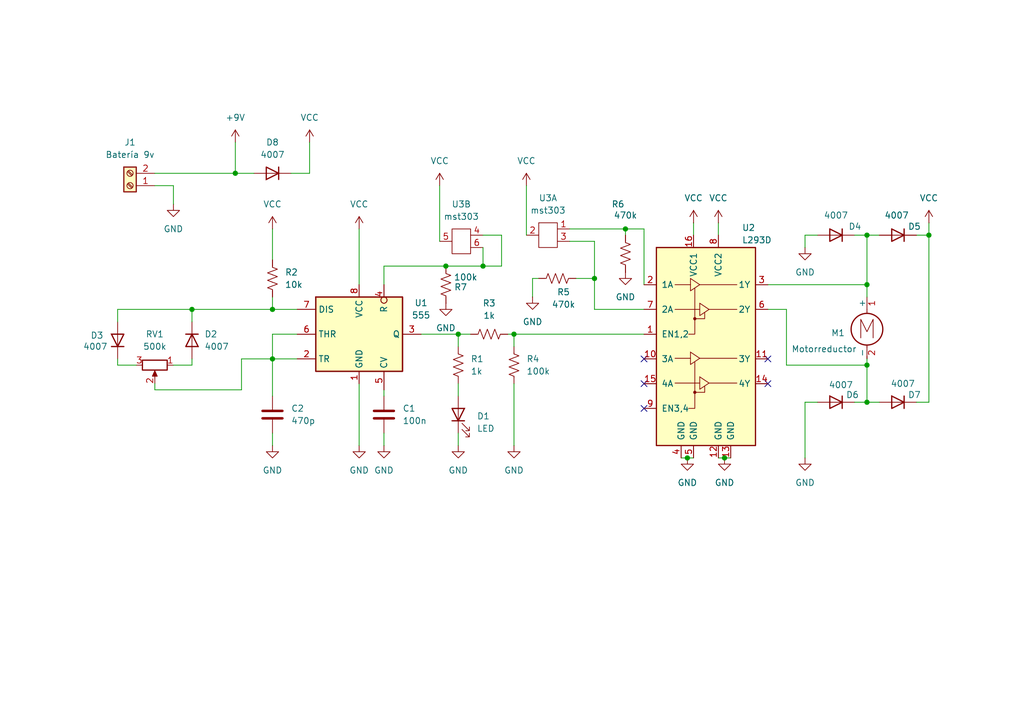
<source format=kicad_sch>
(kicad_sch (version 20250114) (generator "eeschema") (generator_version "9.0")
  (paper "A5")
  (lib_symbols
    (symbol "555_ordenado:555_wellOriented"
      (property "Reference" "U" (at 0 1.27 0))
      (property "Value" "555" (at 0 -0.762 0))
      (symbol "555_wellOriented_0_0"
        (pin power_in line (at 0 10.16 270) (length 2.54) (name "VCC") (number "8"))
        (pin power_in line (at 0 -10.16 90) (length 2.54) (name "GND") (number "1"))
      )
      (symbol "555_wellOriented_0_1"
        (rectangle (start -8.89 -7.62) (end 8.89 7.62) (stroke (width 0.254)) (fill (type background)))
        (rectangle (start -8.89 -7.62) (end 8.89 7.62) (stroke (width 0.254)) (fill (type background)))
      )
      (symbol "555_wellOriented_1_1"
        (pin input line (at -12.7 5.08 0) (length 3.81) (name "DIS") (number "7"))
        (pin input line (at -12.7 0 0) (length 3.81) (name "THR") (number "6"))
        (pin input line (at -12.7 -5.08 0) (length 3.81) (name "TR") (number "2"))
        (pin input inverted (at 5.08 10.16 270) (length 3.81) (name "R") (number "4"))
        (pin input line (at 5.08 -11.43 90) (length 3.81) (name "CV") (number "5"))
        (pin output line (at 12.7 0 180) (length 3.81) (name "Q") (number "3"))
      )
    )
    (symbol "6pdt-library:SW-onoffon-6p"
      (property "Reference" "U" (at 0 0 0))
      (symbol "SW-onoffon-6p_0_1"
        (rectangle (start -1.27 1.27) (end 2.54 -3.81))
      )
      (symbol "SW-onoffon-6p_1_1"
        (pin input line (at -3.81 -1.27 0) (length 2.54) (name "") (number "2"))
        (pin input line (at 5.08 0 180) (length 2.54) (name "") (number "1"))
        (pin input line (at 5.08 -2.54 180) (length 2.54) (name "") (number "3"))
      )
      (symbol "SW-onoffon-6p_2_1"
        (pin input line (at -3.81 -1.27 0) (length 2.54) (name "") (number "5"))
        (pin input line (at 5.08 0 180) (length 2.54) (name "") (number "4"))
        (pin input line (at 5.08 -2.54 180) (length 2.54) (name "") (number "6"))
      )
    )
    (symbol "Connector:Screw_Terminal_01x02" (pin_names (offset 1.016) (hide yes))
      (property "Reference" "J" (at 0 2.54 0))
      (property "Value" "Screw_Terminal_01x02" (at 0 -5.08 0))
      (symbol "Screw_Terminal_01x02_1_1"
        (rectangle (start -1.27 1.27) (end 1.27 -3.81) (stroke (width 0.254)) (fill (type background)))
        (polyline (pts (xy -0.5334 0.3302) (xy 0.3302 -0.508)) (stroke (width 0.1524)))
        (polyline (pts (xy -0.5334 -2.2098) (xy 0.3302 -3.048)) (stroke (width 0.1524)))
        (polyline (pts (xy -0.3556 0.508) (xy 0.508 -0.3302)) (stroke (width 0.1524)))
        (polyline (pts (xy -0.3556 -2.032) (xy 0.508 -2.8702)) (stroke (width 0.1524)))
        (circle (center 0 0) (radius 0.635) (stroke (width 0.1524)))
        (circle (center 0 -2.54) (radius 0.635) (stroke (width 0.1524)))
        (pin passive line (at -5.08 0 0) (length 3.81) (name "Pin_1") (number "1"))
        (pin passive line (at -5.08 -2.54 0) (length 3.81) (name "Pin_2") (number "2"))
      )
    )
    (symbol "Device:C" (pin_numbers (hide yes)) (pin_names (offset 0.254))
      (property "Reference" "C" (at 0.635 2.54 0))
      (property "Value" "C" (at 0.635 -2.54 0))
      (symbol "C_0_1"
        (polyline (pts (xy -2.032 0.762) (xy 2.032 0.762)) (stroke (width 0.508)))
        (polyline (pts (xy -2.032 -0.762) (xy 2.032 -0.762)) (stroke (width 0.508)))
      )
      (symbol "C_1_1"
        (pin passive line (at 0 3.81 270) (length 2.794) (name "~") (number "1"))
        (pin passive line (at 0 -3.81 90) (length 2.794) (name "~") (number "2"))
      )
    )
    (symbol "Device:LED" (pin_numbers (hide yes)) (pin_names (offset 1.016) (hide yes))
      (property "Reference" "D" (at 0 2.54 0))
      (property "Value" "LED" (at 0 -2.54 0))
      (symbol "LED_0_1"
        (polyline (pts (xy -3.048 -0.762) (xy -4.572 -2.286) (xy -3.81 -2.286) (xy -4.572 -2.286) (xy -4.572 -1.524)))
        (polyline (pts (xy -1.778 -0.762) (xy -3.302 -2.286) (xy -2.54 -2.286) (xy -3.302 -2.286) (xy -3.302 -1.524)))
        (polyline (pts (xy -1.27 0) (xy 1.27 0)))
        (polyline (pts (xy -1.27 -1.27) (xy -1.27 1.27)) (stroke (width 0.254)))
        (polyline (pts (xy 1.27 -1.27) (xy 1.27 1.27) (xy -1.27 0) (xy 1.27 -1.27)) (stroke (width 0.254)))
      )
      (symbol "LED_1_1"
        (pin passive line (at -3.81 0 0) (length 2.54) (name "K") (number "1"))
        (pin passive line (at 3.81 0 180) (length 2.54) (name "A") (number "2"))
      )
    )
    (symbol "Device:R_Potentiometer" (pin_names (offset 1.016) (hide yes))
      (property "Reference" "RV" (at -4.445 0 90))
      (property "Value" "R_Potentiometer" (at -2.54 0 90))
      (symbol "R_Potentiometer_0_1"
        (rectangle (start 1.016 2.54) (end -1.016 -2.54) (stroke (width 0.254)))
        (polyline (pts (xy 1.143 0) (xy 2.286 0.508) (xy 2.286 -0.508) (xy 1.143 0)) (fill (type outline)))
        (polyline (pts (xy 2.54 0) (xy 1.524 0)))
      )
      (symbol "R_Potentiometer_1_1"
        (pin passive line (at 0 3.81 270) (length 1.27) (name "1") (number "1"))
        (pin passive line (at 0 -3.81 90) (length 1.27) (name "3") (number "3"))
        (pin passive line (at 3.81 0 180) (length 1.27) (name "2") (number "2"))
      )
    )
    (symbol "Device:R_US" (pin_numbers (hide yes)) (pin_names (offset 0))
      (property "Reference" "R" (at 2.54 0 90))
      (property "Value" "R_US" (at -2.54 0 90))
      (symbol "R_US_0_1"
        (polyline (pts (xy 0 2.286) (xy 0 2.54)))
        (polyline (pts (xy 0 2.286) (xy 1.016 1.905) (xy 0 1.524) (xy -1.016 1.143) (xy 0 0.762)))
        (polyline (pts (xy 0 0.762) (xy 1.016 0.381) (xy 0 0) (xy -1.016 -0.381) (xy 0 -0.762)))
        (polyline (pts (xy 0 -0.762) (xy 1.016 -1.143) (xy 0 -1.524) (xy -1.016 -1.905) (xy 0 -2.286)))
        (polyline (pts (xy 0 -2.286) (xy 0 -2.54)))
      )
      (symbol "R_US_1_1"
        (pin passive line (at 0 3.81 270) (length 1.27) (name "~") (number "1"))
        (pin passive line (at 0 -3.81 90) (length 1.27) (name "~") (number "2"))
      )
    )
    (symbol "Diode:1N4148WT" (pin_numbers (hide yes)) (pin_names (hide yes))
      (property "Reference" "D" (at 0 2.54 0))
      (property "Value" "1N4148WT" (at 0 -2.54 0))
      (symbol "1N4148WT_0_1"
        (polyline (pts (xy -1.27 1.27) (xy -1.27 -1.27)) (stroke (width 0.254)))
        (polyline (pts (xy 1.27 1.27) (xy 1.27 -1.27) (xy -1.27 0) (xy 1.27 1.27)) (stroke (width 0.254)))
        (polyline (pts (xy 1.27 0) (xy -1.27 0)))
      )
      (symbol "1N4148WT_1_1"
        (pin passive line (at -3.81 0 0) (length 2.54) (name "K") (number "1"))
        (pin passive line (at 3.81 0 180) (length 2.54) (name "A") (number "2"))
      )
    )
    (symbol "Driver_Motor:L293D" (pin_names (offset 1.016))
      (property "Reference" "U" (at -5.08 26.035 0))
      (property "Value" "L293D" (at -5.08 24.13 0))
      (symbol "L293D_0_1"
        (rectangle (start -10.16 22.86) (end 10.16 -17.78) (stroke (width 0.254)) (fill (type background)))
        (polyline (pts (xy -6.35 15.24) (xy -3.175 15.24)))
        (polyline (pts (xy -6.35 10.16) (xy -1.27 10.16)))
        (polyline (pts (xy -6.35 0.127) (xy -3.175 0.127)))
        (polyline (pts (xy -6.35 -4.953) (xy -1.27 -4.953)))
        (polyline (pts (xy -3.175 16.51) (xy -3.175 13.97) (xy -1.27 15.24) (xy -3.175 16.51)))
        (polyline (pts (xy -3.175 1.397) (xy -3.175 -1.143) (xy -1.27 0.127) (xy -3.175 1.397)))
        (polyline (pts (xy -2.286 14.478) (xy -2.286 5.08) (xy -3.556 5.08)))
        (circle (center -2.286 8.255) (radius 0.254) (fill (type outline)))
        (polyline (pts (xy -2.286 8.255) (xy -0.254 8.255) (xy -0.254 9.525)))
        (polyline (pts (xy -2.286 -0.635) (xy -2.286 -10.16) (xy -3.556 -10.16)))
        (circle (center -2.286 -6.858) (radius 0.254) (fill (type outline)))
        (polyline (pts (xy -2.286 -6.858) (xy -0.254 -6.858) (xy -0.254 -5.588)))
        (polyline (pts (xy -1.27 15.24) (xy 6.35 15.24)))
        (polyline (pts (xy -1.27 11.43) (xy -1.27 8.89) (xy 0.635 10.16) (xy -1.27 11.43)))
        (polyline (pts (xy -1.27 0.127) (xy 6.35 0.127)))
        (polyline (pts (xy -1.27 -3.683) (xy -1.27 -6.223) (xy 0.635 -4.953) (xy -1.27 -3.683)))
        (polyline (pts (xy 0.635 10.16) (xy 6.35 10.16)))
        (polyline (pts (xy 0.635 -4.953) (xy 6.35 -4.953)))
      )
      (symbol "L293D_1_1"
        (pin input line (at -12.7 15.24 0) (length 2.54) (name "1A") (number "2"))
        (pin input line (at -12.7 10.16 0) (length 2.54) (name "2A") (number "7"))
        (pin input line (at -12.7 5.08 0) (length 2.54) (name "EN1,2") (number "1"))
        (pin input line (at -12.7 0 0) (length 2.54) (name "3A") (number "10"))
        (pin input line (at -12.7 -5.08 0) (length 2.54) (name "4A") (number "15"))
        (pin input line (at -12.7 -10.16 0) (length 2.54) (name "EN3,4") (number "9"))
        (pin power_in line (at -5.08 -20.32 90) (length 2.54) (name "GND") (number "4"))
        (pin power_in line (at -2.54 25.4 270) (length 2.54) (name "VCC1") (number "16"))
        (pin power_in line (at -2.54 -20.32 90) (length 2.54) (name "GND") (number "5"))
        (pin power_in line (at 2.54 25.4 270) (length 2.54) (name "VCC2") (number "8"))
        (pin power_in line (at 2.54 -20.32 90) (length 2.54) (name "GND") (number "12"))
        (pin power_in line (at 5.08 -20.32 90) (length 2.54) (name "GND") (number "13"))
        (pin output line (at 12.7 15.24 180) (length 2.54) (name "1Y") (number "3"))
        (pin output line (at 12.7 10.16 180) (length 2.54) (name "2Y") (number "6"))
        (pin output line (at 12.7 0 180) (length 2.54) (name "3Y") (number "11"))
        (pin output line (at 12.7 -5.08 180) (length 2.54) (name "4Y") (number "14"))
      )
    )
    (symbol "Motor:Motor_DC" (pin_names (offset 0))
      (property "Reference" "M" (at 2.54 2.54 0))
      (property "Value" "Motor_DC" (at 2.54 -5.08 0))
      (symbol "Motor_DC_0_0"
        (polyline (pts (xy -1.27 -3.302) (xy -1.27 0.508) (xy 0 -2.032) (xy 1.27 0.508) (xy 1.27 -3.302)))
      )
      (symbol "Motor_DC_0_1"
        (polyline (pts (xy 0 2.032) (xy 0 2.54)))
        (polyline (pts (xy 0 1.7272) (xy 0 2.0828)))
        (circle (center 0 -1.524) (radius 3.2512) (stroke (width 0.254)))
        (polyline (pts (xy 0 -4.7752) (xy 0 -5.1816)))
        (polyline (pts (xy 0 -7.62) (xy 0 -7.112)))
      )
      (symbol "Motor_DC_1_1"
        (pin passive line (at 0 5.08 270) (length 2.54) (name "+") (number "1"))
        (pin passive line (at 0 -7.62 90) (length 2.54) (name "-") (number "2"))
      )
    )
    (symbol "power:+9V" (power) (pin_numbers (hide yes)) (pin_names (offset 0) (hide yes))
      (property "Value" "+9V" (at 0 3.556 0))
      (symbol "+9V_0_1"
        (polyline (pts (xy -0.762 1.27) (xy 0 2.54)))
        (polyline (pts (xy 0 2.54) (xy 0.762 1.27)))
        (polyline (pts (xy 0 0) (xy 0 2.54)))
      )
      (symbol "+9V_1_1"
        (pin power_in line (at 0 0 90) (length 0) (name "~") (number "1"))
      )
    )
    (symbol "power:GND" (power) (pin_numbers (hide yes)) (pin_names (offset 0) (hide yes))
      (property "Value" "GND" (at 0 -3.81 0))
      (symbol "GND_0_1"
        (polyline (pts (xy 0 0) (xy 0 -1.27) (xy 1.27 -1.27) (xy 0 -2.54) (xy -1.27 -1.27) (xy 0 -1.27)))
      )
      (symbol "GND_1_1"
        (pin power_in line (at 0 0 270) (length 0) (name "~") (number "1"))
      )
    )
    (symbol "power:VCC" (power) (pin_numbers (hide yes)) (pin_names (offset 0) (hide yes))
      (property "Value" "VCC" (at 0 3.556 0))
      (symbol "VCC_0_1"
        (polyline (pts (xy -0.762 1.27) (xy 0 2.54)))
        (polyline (pts (xy 0 2.54) (xy 0.762 1.27)))
        (polyline (pts (xy 0 0) (xy 0 2.54)))
      )
      (symbol "VCC_1_1"
        (pin power_in line (at 0 0 90) (length 0) (name "~") (number "1"))
      )
    )
  )
  (junction (at 105.41 68.58))
  (junction (at 148.59 93.98))
  (junction (at 177.8 82.55))
  (junction (at 128.27 46.99))
  (junction (at 55.88 63.5))
  (junction (at 177.8 74.93))
  (junction (at 93.98 68.58))
  (junction (at 177.8 58.42))
  (junction (at 48.26 35.56))
  (junction (at 39.37 63.5))
  (junction (at 99.06 54.61))
  (junction (at 55.88 73.66))
  (junction (at 190.5 48.26))
  (junction (at 91.44 54.61))
  (junction (at 121.92 57.15))
  (junction (at 140.97 93.98))
  (junction (at 177.8 48.26))
  (no_connect (at 157.48 78.74))
  (no_connect (at 157.48 73.66))
  (no_connect (at 132.08 73.66))
  (no_connect (at 132.08 78.74))
  (no_connect (at 132.08 83.82))
  (wire (pts (xy 102.87 48.26) (xy 102.87 54.61)))
  (wire (pts (xy 60.96 68.58) (xy 55.88 68.58)))
  (wire (pts (xy 63.5 35.56) (xy 63.5 29.21)))
  (wire (pts (xy 48.26 35.56) (xy 48.26 29.21)))
  (wire (pts (xy 107.95 38.1) (xy 107.95 48.26)))
  (wire (pts (xy 78.74 88.9) (xy 78.74 91.44)))
  (wire (pts (xy 59.69 35.56) (xy 63.5 35.56)))
  (wire (pts (xy 31.75 80.01) (xy 31.75 78.74)))
  (wire (pts (xy 39.37 74.93) (xy 35.56 74.93)))
  (wire (pts (xy 105.41 71.12) (xy 105.41 68.58)))
  (wire (pts (xy 24.13 74.93) (xy 24.13 73.66)))
  (wire (pts (xy 52.07 35.56) (xy 48.26 35.56)))
  (wire (pts (xy 147.32 93.98) (xy 148.59 93.98)))
  (wire (pts (xy 109.22 60.96) (xy 109.22 57.15)))
  (wire (pts (xy 86.36 68.58) (xy 93.98 68.58)))
  (wire (pts (xy 73.66 78.74) (xy 73.66 91.44)))
  (wire (pts (xy 24.13 63.5) (xy 24.13 66.04)))
  (wire (pts (xy 102.87 54.61) (xy 99.06 54.61)))
  (wire (pts (xy 31.75 38.1) (xy 35.56 38.1)))
  (wire (pts (xy 161.29 63.5) (xy 161.29 74.93)))
  (wire (pts (xy 39.37 63.5) (xy 39.37 66.04)))
  (wire (pts (xy 157.48 58.42) (xy 177.8 58.42)))
  (wire (pts (xy 39.37 73.66) (xy 39.37 74.93)))
  (wire (pts (xy 180.34 82.55) (xy 177.8 82.55)))
  (wire (pts (xy 128.27 46.99) (xy 116.84 46.99)))
  (wire (pts (xy 60.96 63.5) (xy 55.88 63.5)))
  (wire (pts (xy 99.06 54.61) (xy 91.44 54.61)))
  (wire (pts (xy 99.06 48.26) (xy 102.87 48.26)))
  (wire (pts (xy 93.98 88.9) (xy 93.98 91.44)))
  (wire (pts (xy 93.98 71.12) (xy 93.98 68.58)))
  (wire (pts (xy 128.27 46.99) (xy 128.27 48.26)))
  (wire (pts (xy 187.96 48.26) (xy 190.5 48.26)))
  (wire (pts (xy 142.24 45.72) (xy 142.24 48.26)))
  (wire (pts (xy 55.88 60.96) (xy 55.88 63.5)))
  (wire (pts (xy 55.88 73.66) (xy 49.53 73.66)))
  (wire (pts (xy 177.8 58.42) (xy 177.8 60.96)))
  (wire (pts (xy 78.74 81.28) (xy 78.74 80.01)))
  (wire (pts (xy 49.53 80.01) (xy 31.75 80.01)))
  (wire (pts (xy 165.1 48.26) (xy 165.1 50.8)))
  (wire (pts (xy 177.8 48.26) (xy 177.8 58.42)))
  (wire (pts (xy 175.26 48.26) (xy 177.8 48.26)))
  (wire (pts (xy 177.8 48.26) (xy 180.34 48.26)))
  (wire (pts (xy 93.98 68.58) (xy 96.52 68.58)))
  (wire (pts (xy 190.5 48.26) (xy 190.5 82.55)))
  (wire (pts (xy 78.74 58.42) (xy 78.74 54.61)))
  (wire (pts (xy 165.1 82.55) (xy 167.64 82.55)))
  (wire (pts (xy 175.26 82.55) (xy 177.8 82.55)))
  (wire (pts (xy 187.96 82.55) (xy 190.5 82.55)))
  (wire (pts (xy 39.37 63.5) (xy 55.88 63.5)))
  (wire (pts (xy 190.5 45.72) (xy 190.5 48.26)))
  (wire (pts (xy 121.92 49.53) (xy 116.84 49.53)))
  (wire (pts (xy 118.11 57.15) (xy 121.92 57.15)))
  (wire (pts (xy 140.97 93.98) (xy 142.24 93.98)))
  (wire (pts (xy 55.88 46.99) (xy 55.88 53.34)))
  (wire (pts (xy 132.08 58.42) (xy 132.08 46.99)))
  (wire (pts (xy 109.22 57.15) (xy 110.49 57.15)))
  (wire (pts (xy 90.17 38.1) (xy 90.17 49.53)))
  (wire (pts (xy 121.92 49.53) (xy 121.92 57.15)))
  (wire (pts (xy 49.53 73.66) (xy 49.53 80.01)))
  (wire (pts (xy 177.8 74.93) (xy 177.8 82.55)))
  (wire (pts (xy 140.97 93.98) (xy 139.7 93.98)))
  (wire (pts (xy 73.66 46.99) (xy 73.66 58.42)))
  (wire (pts (xy 121.92 63.5) (xy 132.08 63.5)))
  (wire (pts (xy 55.88 81.28) (xy 55.88 73.66)))
  (wire (pts (xy 55.88 73.66) (xy 60.96 73.66)))
  (wire (pts (xy 177.8 73.66) (xy 177.8 74.93)))
  (wire (pts (xy 148.59 93.98) (xy 149.86 93.98)))
  (wire (pts (xy 104.14 68.58) (xy 105.41 68.58)))
  (wire (pts (xy 105.41 68.58) (xy 132.08 68.58)))
  (wire (pts (xy 31.75 35.56) (xy 48.26 35.56)))
  (wire (pts (xy 167.64 48.26) (xy 165.1 48.26)))
  (wire (pts (xy 27.94 74.93) (xy 24.13 74.93)))
  (wire (pts (xy 91.44 54.61) (xy 78.74 54.61)))
  (wire (pts (xy 165.1 93.98) (xy 165.1 82.55)))
  (wire (pts (xy 99.06 50.8) (xy 99.06 54.61)))
  (wire (pts (xy 121.92 57.15) (xy 121.92 63.5)))
  (wire (pts (xy 132.08 46.99) (xy 128.27 46.99)))
  (wire (pts (xy 157.48 63.5) (xy 161.29 63.5)))
  (wire (pts (xy 93.98 81.28) (xy 93.98 78.74)))
  (wire (pts (xy 105.41 78.74) (xy 105.41 91.44)))
  (wire (pts (xy 161.29 74.93) (xy 177.8 74.93)))
  (wire (pts (xy 55.88 88.9) (xy 55.88 91.44)))
  (wire (pts (xy 55.88 68.58) (xy 55.88 73.66)))
  (wire (pts (xy 35.56 38.1) (xy 35.56 41.91)))
  (wire (pts (xy 24.13 63.5) (xy 39.37 63.5)))
  (wire (pts (xy 147.32 45.72) (xy 147.32 48.26)))
  (symbol (lib_id "Device:R_US") (at 93.98 74.93 0) (unit 1)
    (property "Reference" "R1" (at 96.52 73.6599 0) (effects (justify left)))
    (property "Value" "1k" (at 96.52 76.1999 0) (effects (justify left)))
    (property "Footprint" "Resistor_THT:R_Axial_DIN0207_L6.3mm_D2.5mm_P10.16mm_Horizontal" (effects (hide yes)))
    (property "Description" "Resistor, US symbol" (effects (hide yes)))
  )
  (symbol (lib_id "power:VCC") (at 63.5 29.21 0) (unit 1)
    (property "Reference" "#PWR021" (effects (hide yes)))
    (property "Value" "VCC" (at 63.5 24.13 0))
    (property "Description" "Power symbol creates a global label with name \"VCC\"" (effects (hide yes)))
  )
  (symbol (lib_id "power:VCC") (at 107.95 38.1 0) (unit 1)
    (property "Reference" "#PWR026" (effects (hide yes)))
    (property "Value" "VCC" (at 107.95 33.02 0))
    (property "Description" "Power symbol creates a global label with name \"VCC\"" (effects (hide yes)))
  )
  (symbol (lib_id "Diode:1N4148WT") (at 184.15 82.55 0) (mirror y) (unit 1)
    (property "Reference" "D7" (at 186.182 81.026 0) (effects (justify right)))
    (property "Value" "4007" (at 182.626 78.74 0) (effects (justify right)))
    (property "Footprint" "Diode_THT:D_A-405_P10.16mm_Horizontal" (effects (hide yes)))
    (property "Datasheet" "https://www.diodes.com/assets/Datasheets/ds30396.pdf" (effects (hide yes)))
    (property "Description" "75V 0.15A Fast switching Diode, SOD-523" (effects (hide yes)))
    (property "Sim.Device" "D" (effects (hide yes)))
    (property "Sim.Pins" "1=K 2=A" (effects (hide yes)))
  )
  (symbol (lib_id "power:+9V") (at 48.26 29.21 0) (unit 1)
    (property "Reference" "#PWR02" (effects (hide yes)))
    (property "Value" "+9V" (at 48.26 24.13 0))
    (property "Description" "Power symbol creates a global label with name \"+9V\"" (effects (hide yes)))
  )
  (symbol (lib_id "power:GND") (at 78.74 91.44 0) (unit 1)
    (property "Reference" "#PWR04" (effects (hide yes)))
    (property "Value" "GND" (at 78.74 96.52 0))
    (property "Description" "Power symbol creates a global label with name \"GND\" , ground" (effects (hide yes)))
  )
  (symbol (lib_id "Connector:Screw_Terminal_01x02") (at 26.67 38.1 180) (unit 1)
    (property "Reference" "J1" (at 26.67 29.21 0))
    (property "Value" "Batería 9v" (at 26.67 31.75 0))
    (property "Footprint" "TerminalBlock:TerminalBlock_MaiXu_MX126-5.0-02P_1x02_P5.00mm" (effects (hide yes)))
    (property "Description" "Generic screw terminal, single row, 01x02, script generated (kicad-library-utils/schlib/autogen/connector/)" (effects (hide yes)))
  )
  (symbol (lib_id "power:VCC") (at 142.24 45.72 0) (unit 1)
    (property "Reference" "#PWR028" (effects (hide yes)))
    (property "Value" "VCC" (at 142.24 40.64 0))
    (property "Description" "Power symbol creates a global label with name \"VCC\"" (effects (hide yes)))
  )
  (symbol (lib_id "Device:C") (at 55.88 85.09 0) (unit 1)
    (property "Reference" "C2" (at 59.69 83.8199 0) (effects (justify left)))
    (property "Value" "470p" (at 59.69 86.3599 0) (effects (justify left)))
    (property "Footprint" "Capacitor_THT:C_Disc_D5.1mm_W3.2mm_P5.00mm" (effects (hide yes)))
    (property "Description" "Unpolarized capacitor" (effects (hide yes)))
  )
  (symbol (lib_id "Driver_Motor:L293D") (at 144.78 73.66 0) (unit 1)
    (property "Reference" "U2" (at 152.146 46.736 0) (effects (justify left)))
    (property "Value" "L293D" (at 152.146 49.276 0) (effects (justify left)))
    (property "Footprint" "Package_DIP:DIP-16_W7.62mm" (effects (hide yes)))
    (property "Datasheet" "http://www.ti.com/lit/ds/symlink/l293.pdf" (effects (hide yes)))
    (property "Description" "Quadruple Half-H Drivers" (effects (hide yes)))
  )
  (symbol (lib_id "power:VCC") (at 147.32 45.72 0) (unit 1)
    (property "Reference" "#PWR027" (effects (hide yes)))
    (property "Value" "VCC" (at 147.32 40.64 0))
    (property "Description" "Power symbol creates a global label with name \"VCC\"" (effects (hide yes)))
  )
  (symbol (lib_id "power:VCC") (at 55.88 46.99 0) (unit 1)
    (property "Reference" "#PWR023" (effects (hide yes)))
    (property "Value" "VCC" (at 55.88 41.91 0))
    (property "Description" "Power symbol creates a global label with name \"VCC\"" (effects (hide yes)))
  )
  (symbol (lib_id "power:GND") (at 165.1 93.98 0) (unit 1)
    (property "Reference" "#PWR010" (effects (hide yes)))
    (property "Value" "GND" (at 165.1 99.06 0))
    (property "Description" "Power symbol creates a global label with name \"GND\" , ground" (effects (hide yes)))
  )
  (symbol (lib_id "6pdt-library:SW-onoffon-6p") (at 111.76 46.99 0) (unit 1)
    (property "Reference" "U3" (at 112.395 40.64 0))
    (property "Value" "mst303" (at 112.395 43.18 0))
    (property "Footprint" "Connector_PinHeader_1.00mm:PinHeader_1x05_P1.00mm_Vertical" (effects (hide yes)))
  )
  (symbol (lib_id "Device:LED") (at 93.98 85.09 90) (unit 1)
    (property "Reference" "D1" (at 97.79 85.4074 90) (effects (justify right)))
    (property "Value" "LED" (at 97.79 87.9474 90) (effects (justify right)))
    (property "Footprint" "LED_THT:LED_D3.0mm_Clear" (effects (hide yes)))
    (property "Description" "Light emitting diode" (effects (hide yes)))
    (property "Sim.Pins" "1=K 2=A" (effects (hide yes)))
  )
  (symbol (lib_id "power:GND") (at 93.98 91.44 0) (unit 1)
    (property "Reference" "#PWR01" (effects (hide yes)))
    (property "Value" "GND" (at 93.98 96.52 0))
    (property "Description" "Power symbol creates a global label with name \"GND\" , ground" (effects (hide yes)))
  )
  (symbol (lib_id "power:GND") (at 165.1 50.8 0) (unit 1)
    (property "Reference" "#PWR017" (effects (hide yes)))
    (property "Value" "GND" (at 165.1 55.88 0))
    (property "Description" "Power symbol creates a global label with name \"GND\" , ground" (effects (hide yes)))
  )
  (symbol (lib_id "Device:C") (at 78.74 85.09 0) (unit 1)
    (property "Reference" "C1" (at 82.55 83.8199 0) (effects (justify left)))
    (property "Value" "100n" (at 82.55 86.3599 0) (effects (justify left)))
    (property "Footprint" "Capacitor_THT:C_Disc_D5.0mm_W2.5mm_P2.50mm" (effects (hide yes)))
    (property "Description" "Unpolarized capacitor" (effects (hide yes)))
  )
  (symbol (lib_id "Diode:1N4148WT") (at 55.88 35.56 180) (unit 1)
    (property "Reference" "D8" (at 55.88 29.21 0))
    (property "Value" "4007" (at 55.88 31.75 0))
    (property "Footprint" "Diode_THT:D_A-405_P10.16mm_Horizontal" (effects (hide yes)))
    (property "Datasheet" "https://www.diodes.com/assets/Datasheets/ds30396.pdf" (effects (hide yes)))
    (property "Description" "75V 0.15A Fast switching Diode, SOD-523" (effects (hide yes)))
    (property "Sim.Device" "D" (effects (hide yes)))
    (property "Sim.Pins" "1=K 2=A" (effects (hide yes)))
  )
  (symbol (lib_id "Diode:1N4148WT") (at 171.45 82.55 0) (mirror y) (unit 1)
    (property "Reference" "D6" (at 173.482 81.026 0) (effects (justify right)))
    (property "Value" "4007" (at 169.926 78.994 0) (effects (justify right)))
    (property "Footprint" "Diode_THT:D_A-405_P10.16mm_Horizontal" (effects (hide yes)))
    (property "Datasheet" "https://www.diodes.com/assets/Datasheets/ds30396.pdf" (effects (hide yes)))
    (property "Description" "75V 0.15A Fast switching Diode, SOD-523" (effects (hide yes)))
    (property "Sim.Device" "D" (effects (hide yes)))
    (property "Sim.Pins" "1=K 2=A" (effects (hide yes)))
  )
  (symbol (lib_id "power:VCC") (at 190.5 45.72 0) (unit 1)
    (property "Reference" "#PWR029" (effects (hide yes)))
    (property "Value" "VCC" (at 190.5 40.64 0))
    (property "Description" "Power symbol creates a global label with name \"VCC\"" (effects (hide yes)))
  )
  (symbol (lib_id "Device:R_US") (at 105.41 74.93 0) (unit 1)
    (property "Reference" "R4" (at 107.95 73.6599 0) (effects (justify left)))
    (property "Value" "100k" (at 107.95 76.1999 0) (effects (justify left)))
    (property "Footprint" "Resistor_THT:R_Axial_DIN0207_L6.3mm_D2.5mm_P10.16mm_Horizontal" (effects (hide yes)))
    (property "Description" "Resistor, US symbol" (effects (hide yes)))
  )
  (symbol (lib_id "power:GND") (at 105.41 91.44 0) (unit 1)
    (property "Reference" "#PWR08" (effects (hide yes)))
    (property "Value" "GND" (at 105.41 96.52 0))
    (property "Description" "Power symbol creates a global label with name \"GND\" , ground" (effects (hide yes)))
  )
  (symbol (lib_id "Device:R_US") (at 55.88 57.15 0) (unit 1)
    (property "Reference" "R2" (at 58.42 55.8799 0) (effects (justify left)))
    (property "Value" "10k" (at 58.42 58.4199 0) (effects (justify left)))
    (property "Footprint" "Resistor_THT:R_Axial_DIN0207_L6.3mm_D2.5mm_P10.16mm_Horizontal" (effects (hide yes)))
    (property "Description" "Resistor, US symbol" (effects (hide yes)))
  )
  (symbol (lib_id "Diode:1N4148WT") (at 171.45 48.26 0) (mirror y) (unit 1)
    (property "Reference" "D4" (at 173.99 46.482 0) (effects (justify right)))
    (property "Value" "4007" (at 168.91 44.196 0) (effects (justify right)))
    (property "Footprint" "Diode_THT:D_A-405_P10.16mm_Horizontal" (effects (hide yes)))
    (property "Datasheet" "https://www.diodes.com/assets/Datasheets/ds30396.pdf" (effects (hide yes)))
    (property "Description" "75V 0.15A Fast switching Diode, SOD-523" (effects (hide yes)))
    (property "Sim.Device" "D" (effects (hide yes)))
    (property "Sim.Pins" "1=K 2=A" (effects (hide yes)))
  )
  (symbol (lib_id "power:GND") (at 140.97 93.98 0) (unit 1)
    (property "Reference" "#PWR019" (effects (hide yes)))
    (property "Value" "GND" (at 140.97 99.06 0))
    (property "Description" "Power symbol creates a global label with name \"GND\" , ground" (effects (hide yes)))
  )
  (symbol (lib_id "power:GND") (at 109.22 60.96 0) (unit 1)
    (property "Reference" "#PWR015" (effects (hide yes)))
    (property "Value" "GND" (at 109.22 66.04 0))
    (property "Description" "Power symbol creates a global label with name \"GND\" , ground" (effects (hide yes)))
  )
  (symbol (lib_id "Device:R_Potentiometer") (at 31.75 74.93 270) (unit 1)
    (property "Reference" "RV1" (at 31.75 68.58 90))
    (property "Value" "500k" (at 31.75 71.12 90))
    (property "Footprint" "Potentiometer_THT:Potentiometer_Omeg_PC16BU_Vertical" (effects (hide yes)))
    (property "Description" "Potentiometer" (effects (hide yes)))
  )
  (symbol (lib_id "power:GND") (at 73.66 91.44 0) (unit 1)
    (property "Reference" "#PWR03" (effects (hide yes)))
    (property "Value" "GND" (at 73.66 96.52 0))
    (property "Description" "Power symbol creates a global label with name \"GND\" , ground" (effects (hide yes)))
  )
  (symbol (lib_id "power:GND") (at 91.44 62.23 0) (unit 1)
    (property "Reference" "#PWR018" (effects (hide yes)))
    (property "Value" "GND" (at 91.44 67.31 0))
    (property "Description" "Power symbol creates a global label with name \"GND\" , ground" (effects (hide yes)))
  )
  (symbol (lib_id "Device:R_US") (at 100.33 68.58 90) (unit 1)
    (property "Reference" "R3" (at 100.33 62.23 90))
    (property "Value" "1k" (at 100.33 64.77 90))
    (property "Footprint" "Resistor_THT:R_Axial_DIN0207_L6.3mm_D2.5mm_P10.16mm_Horizontal" (effects (hide yes)))
    (property "Description" "Resistor, US symbol" (effects (hide yes)))
  )
  (symbol (lib_id "power:GND") (at 148.59 93.98 0) (unit 1)
    (property "Reference" "#PWR020" (effects (hide yes)))
    (property "Value" "GND" (at 148.59 99.06 0))
    (property "Description" "Power symbol creates a global label with name \"GND\" , ground" (effects (hide yes)))
  )
  (symbol (lib_id "Device:R_US") (at 128.27 52.07 180) (unit 1)
    (property "Reference" "R6" (at 126.746 41.91 0))
    (property "Value" "470k" (at 128.27 44.196 0))
    (property "Footprint" "Resistor_THT:R_Axial_DIN0207_L6.3mm_D2.5mm_P10.16mm_Horizontal" (effects (hide yes)))
    (property "Description" "Resistor, US symbol" (effects (hide yes)))
  )
  (symbol (lib_id "power:GND") (at 55.88 91.44 0) (unit 1)
    (property "Reference" "#PWR07" (effects (hide yes)))
    (property "Value" "GND" (at 55.88 96.52 0))
    (property "Description" "Power symbol creates a global label with name \"GND\" , ground" (effects (hide yes)))
  )
  (symbol (lib_id "Motor:Motor_DC") (at 177.8 66.04 0) (unit 1)
    (property "Reference" "M1" (at 170.434 68.326 0) (effects (justify left)))
    (property "Value" "Motorreductor" (at 162.306 71.628 0) (effects (justify left)))
    (property "Footprint" "TerminalBlock:TerminalBlock_MaiXu_MX126-5.0-02P_1x02_P5.00mm" (effects (hide yes)))
    (property "Description" "DC Motor" (effects (hide yes)))
  )
  (symbol (lib_id "power:VCC") (at 73.66 46.99 0) (unit 1)
    (property "Reference" "#PWR024" (effects (hide yes)))
    (property "Value" "VCC" (at 73.66 41.91 0))
    (property "Description" "Power symbol creates a global label with name \"VCC\"" (effects (hide yes)))
  )
  (symbol (lib_id "6pdt-library:SW-onoffon-6p") (at 93.98 48.26 0) (unit 2)
    (property "Reference" "U3" (at 94.615 41.91 0))
    (property "Value" "mst303" (at 94.615 44.45 0))
    (property "Footprint" "Connector_PinHeader_1.00mm:PinHeader_1x05_P1.00mm_Vertical" (effects (hide yes)))
  )
  (symbol (lib_id "power:GND") (at 35.56 41.91 0) (unit 1)
    (property "Reference" "#PWR022" (effects (hide yes)))
    (property "Value" "GND" (at 35.56 46.99 0))
    (property "Description" "Power symbol creates a global label with name \"GND\" , ground" (effects (hide yes)))
  )
  (symbol (lib_id "Diode:1N4148WT") (at 24.13 69.85 90) (unit 1)
    (property "Reference" "D3" (at 18.542 68.834 90) (effects (justify right)))
    (property "Value" "4007" (at 17.018 71.12 90) (effects (justify right)))
    (property "Footprint" "Diode_THT:D_A-405_P10.16mm_Horizontal" (effects (hide yes)))
    (property "Datasheet" "https://www.diodes.com/assets/Datasheets/ds30396.pdf" (effects (hide yes)))
    (property "Description" "75V 0.15A Fast switching Diode, SOD-523" (effects (hide yes)))
    (property "Sim.Device" "D" (effects (hide yes)))
    (property "Sim.Pins" "1=K 2=A" (effects (hide yes)))
  )
  (symbol (lib_id "Diode:1N4148WT") (at 184.15 48.26 0) (mirror y) (unit 1)
    (property "Reference" "D5" (at 186.182 46.482 0) (effects (justify right)))
    (property "Value" "4007" (at 181.356 44.196 0) (effects (justify right)))
    (property "Footprint" "Diode_THT:D_A-405_P10.16mm_Horizontal" (effects (hide yes)))
    (property "Datasheet" "https://www.diodes.com/assets/Datasheets/ds30396.pdf" (effects (hide yes)))
    (property "Description" "75V 0.15A Fast switching Diode, SOD-523" (effects (hide yes)))
    (property "Sim.Device" "D" (effects (hide yes)))
    (property "Sim.Pins" "1=K 2=A" (effects (hide yes)))
  )
  (symbol (lib_id "Device:R_US") (at 114.3 57.15 90) (unit 1)
    (property "Reference" "R5" (at 115.57 59.944 90))
    (property "Value" "470k" (at 115.57 62.484 90))
    (property "Footprint" "Resistor_THT:R_Axial_DIN0207_L6.3mm_D2.5mm_P10.16mm_Horizontal" (effects (hide yes)))
    (property "Description" "Resistor, US symbol" (effects (hide yes)))
  )
  (symbol (lib_id "Diode:1N4148WT") (at 39.37 69.85 270) (unit 1)
    (property "Reference" "D2" (at 41.91 68.5799 90) (effects (justify left)))
    (property "Value" "4007" (at 41.91 71.1199 90) (effects (justify left)))
    (property "Footprint" "Diode_THT:D_A-405_P10.16mm_Horizontal" (effects (hide yes)))
    (property "Datasheet" "https://www.diodes.com/assets/Datasheets/ds30396.pdf" (effects (hide yes)))
    (property "Description" "75V 0.15A Fast switching Diode, SOD-523" (effects (hide yes)))
    (property "Sim.Device" "D" (effects (hide yes)))
    (property "Sim.Pins" "1=K 2=A" (effects (hide yes)))
  )
  (symbol (lib_id "555_ordenado:555_wellOriented") (at 73.66 68.58 0) (unit 1)
    (property "Reference" "U1" (at 86.36 62.1598 0))
    (property "Value" "555" (at 86.36 64.6998 0))
    (property "Footprint" "Package_DIP:DIP-8_W7.62mm_Socket_LongPads" (effects (hide yes)))
  )
  (symbol (lib_id "Device:R_US") (at 91.44 58.42 180) (unit 1)
    (property "Reference" "R7" (at 94.488 58.928 0))
    (property "Value" "100k" (at 95.504 56.896 0))
    (property "Footprint" "Resistor_THT:R_Axial_DIN0207_L6.3mm_D2.5mm_P10.16mm_Horizontal" (effects (hide yes)))
    (property "Description" "Resistor, US symbol" (effects (hide yes)))
  )
  (symbol (lib_id "power:VCC") (at 90.17 38.1 0) (unit 1)
    (property "Reference" "#PWR025" (effects (hide yes)))
    (property "Value" "VCC" (at 90.17 33.02 0))
    (property "Description" "Power symbol creates a global label with name \"VCC\"" (effects (hide yes)))
  )
  (symbol (lib_id "power:GND") (at 128.27 55.88 0) (unit 1)
    (property "Reference" "#PWR09" (effects (hide yes)))
    (property "Value" "GND" (at 128.27 60.96 0))
    (property "Description" "Power symbol creates a global label with name \"GND\" , ground" (effects (hide yes)))
  )
)
</source>
